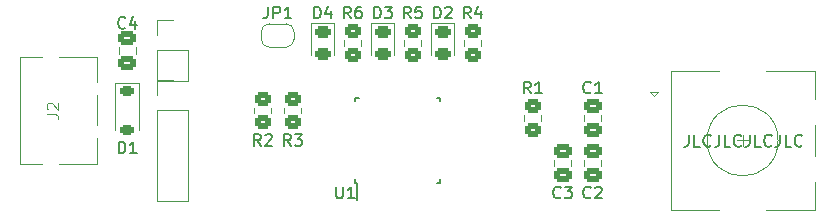
<source format=gto>
%TF.GenerationSoftware,KiCad,Pcbnew,7.0.2-1.fc38*%
%TF.CreationDate,2023-06-01T20:35:21+02:00*%
%TF.ProjectId,laserhead-distance-sensor,6c617365-7268-4656-9164-2d6469737461,v1.0*%
%TF.SameCoordinates,Original*%
%TF.FileFunction,Legend,Top*%
%TF.FilePolarity,Positive*%
%FSLAX46Y46*%
G04 Gerber Fmt 4.6, Leading zero omitted, Abs format (unit mm)*
G04 Created by KiCad (PCBNEW 7.0.2-1.fc38) date 2023-06-01 20:35:21*
%MOMM*%
%LPD*%
G01*
G04 APERTURE LIST*
G04 Aperture macros list*
%AMRoundRect*
0 Rectangle with rounded corners*
0 $1 Rounding radius*
0 $2 $3 $4 $5 $6 $7 $8 $9 X,Y pos of 4 corners*
0 Add a 4 corners polygon primitive as box body*
4,1,4,$2,$3,$4,$5,$6,$7,$8,$9,$2,$3,0*
0 Add four circle primitives for the rounded corners*
1,1,$1+$1,$2,$3*
1,1,$1+$1,$4,$5*
1,1,$1+$1,$6,$7*
1,1,$1+$1,$8,$9*
0 Add four rect primitives between the rounded corners*
20,1,$1+$1,$2,$3,$4,$5,0*
20,1,$1+$1,$4,$5,$6,$7,0*
20,1,$1+$1,$6,$7,$8,$9,0*
20,1,$1+$1,$8,$9,$2,$3,0*%
%AMFreePoly0*
4,1,19,0.500000,-0.750000,0.000000,-0.750000,0.000000,-0.744911,-0.071157,-0.744911,-0.207708,-0.704816,-0.327430,-0.627875,-0.420627,-0.520320,-0.479746,-0.390866,-0.500000,-0.250000,-0.500000,0.250000,-0.479746,0.390866,-0.420627,0.520320,-0.327430,0.627875,-0.207708,0.704816,-0.071157,0.744911,0.000000,0.744911,0.000000,0.750000,0.500000,0.750000,0.500000,-0.750000,0.500000,-0.750000,
$1*%
%AMFreePoly1*
4,1,19,0.000000,0.744911,0.071157,0.744911,0.207708,0.704816,0.327430,0.627875,0.420627,0.520320,0.479746,0.390866,0.500000,0.250000,0.500000,-0.250000,0.479746,-0.390866,0.420627,-0.520320,0.327430,-0.627875,0.207708,-0.704816,0.071157,-0.744911,0.000000,-0.744911,0.000000,-0.750000,-0.500000,-0.750000,-0.500000,0.750000,0.000000,0.750000,0.000000,0.744911,0.000000,0.744911,
$1*%
G04 Aperture macros list end*
%ADD10C,0.150000*%
%ADD11C,0.100000*%
%ADD12C,0.120000*%
%ADD13RoundRect,0.250000X0.450000X-0.350000X0.450000X0.350000X-0.450000X0.350000X-0.450000X-0.350000X0*%
%ADD14R,2.000000X2.000000*%
%ADD15C,2.000000*%
%ADD16C,3.200000*%
%ADD17RoundRect,0.250000X0.475000X-0.337500X0.475000X0.337500X-0.475000X0.337500X-0.475000X-0.337500X0*%
%ADD18RoundRect,0.243750X-0.456250X0.243750X-0.456250X-0.243750X0.456250X-0.243750X0.456250X0.243750X0*%
%ADD19RoundRect,0.225000X-0.375000X0.225000X-0.375000X-0.225000X0.375000X-0.225000X0.375000X0.225000X0*%
%ADD20RoundRect,0.250000X-0.475000X0.337500X-0.475000X-0.337500X0.475000X-0.337500X0.475000X0.337500X0*%
%ADD21R,0.550000X1.600000*%
%ADD22R,1.600000X0.550000*%
%ADD23O,0.700000X1.100000*%
%ADD24O,1.400000X0.700000*%
%ADD25RoundRect,0.250000X-0.450000X0.350000X-0.450000X-0.350000X0.450000X-0.350000X0.450000X0.350000X0*%
%ADD26R,1.700000X1.700000*%
%ADD27O,1.700000X1.700000*%
%ADD28FreePoly0,180.000000*%
%ADD29FreePoly1,180.000000*%
G04 APERTURE END LIST*
D10*
X252016309Y-131592619D02*
X252016309Y-132306904D01*
X252016309Y-132306904D02*
X251968690Y-132449761D01*
X251968690Y-132449761D02*
X251873452Y-132545000D01*
X251873452Y-132545000D02*
X251730595Y-132592619D01*
X251730595Y-132592619D02*
X251635357Y-132592619D01*
X252968690Y-132592619D02*
X252492500Y-132592619D01*
X252492500Y-132592619D02*
X252492500Y-131592619D01*
X253873452Y-132497380D02*
X253825833Y-132545000D01*
X253825833Y-132545000D02*
X253682976Y-132592619D01*
X253682976Y-132592619D02*
X253587738Y-132592619D01*
X253587738Y-132592619D02*
X253444881Y-132545000D01*
X253444881Y-132545000D02*
X253349643Y-132449761D01*
X253349643Y-132449761D02*
X253302024Y-132354523D01*
X253302024Y-132354523D02*
X253254405Y-132164047D01*
X253254405Y-132164047D02*
X253254405Y-132021190D01*
X253254405Y-132021190D02*
X253302024Y-131830714D01*
X253302024Y-131830714D02*
X253349643Y-131735476D01*
X253349643Y-131735476D02*
X253444881Y-131640238D01*
X253444881Y-131640238D02*
X253587738Y-131592619D01*
X253587738Y-131592619D02*
X253682976Y-131592619D01*
X253682976Y-131592619D02*
X253825833Y-131640238D01*
X253825833Y-131640238D02*
X253873452Y-131687857D01*
X254587738Y-131592619D02*
X254587738Y-132306904D01*
X254587738Y-132306904D02*
X254540119Y-132449761D01*
X254540119Y-132449761D02*
X254444881Y-132545000D01*
X254444881Y-132545000D02*
X254302024Y-132592619D01*
X254302024Y-132592619D02*
X254206786Y-132592619D01*
X255540119Y-132592619D02*
X255063929Y-132592619D01*
X255063929Y-132592619D02*
X255063929Y-131592619D01*
X256444881Y-132497380D02*
X256397262Y-132545000D01*
X256397262Y-132545000D02*
X256254405Y-132592619D01*
X256254405Y-132592619D02*
X256159167Y-132592619D01*
X256159167Y-132592619D02*
X256016310Y-132545000D01*
X256016310Y-132545000D02*
X255921072Y-132449761D01*
X255921072Y-132449761D02*
X255873453Y-132354523D01*
X255873453Y-132354523D02*
X255825834Y-132164047D01*
X255825834Y-132164047D02*
X255825834Y-132021190D01*
X255825834Y-132021190D02*
X255873453Y-131830714D01*
X255873453Y-131830714D02*
X255921072Y-131735476D01*
X255921072Y-131735476D02*
X256016310Y-131640238D01*
X256016310Y-131640238D02*
X256159167Y-131592619D01*
X256159167Y-131592619D02*
X256254405Y-131592619D01*
X256254405Y-131592619D02*
X256397262Y-131640238D01*
X256397262Y-131640238D02*
X256444881Y-131687857D01*
X257159167Y-131592619D02*
X257159167Y-132306904D01*
X257159167Y-132306904D02*
X257111548Y-132449761D01*
X257111548Y-132449761D02*
X257016310Y-132545000D01*
X257016310Y-132545000D02*
X256873453Y-132592619D01*
X256873453Y-132592619D02*
X256778215Y-132592619D01*
X258111548Y-132592619D02*
X257635358Y-132592619D01*
X257635358Y-132592619D02*
X257635358Y-131592619D01*
X259016310Y-132497380D02*
X258968691Y-132545000D01*
X258968691Y-132545000D02*
X258825834Y-132592619D01*
X258825834Y-132592619D02*
X258730596Y-132592619D01*
X258730596Y-132592619D02*
X258587739Y-132545000D01*
X258587739Y-132545000D02*
X258492501Y-132449761D01*
X258492501Y-132449761D02*
X258444882Y-132354523D01*
X258444882Y-132354523D02*
X258397263Y-132164047D01*
X258397263Y-132164047D02*
X258397263Y-132021190D01*
X258397263Y-132021190D02*
X258444882Y-131830714D01*
X258444882Y-131830714D02*
X258492501Y-131735476D01*
X258492501Y-131735476D02*
X258587739Y-131640238D01*
X258587739Y-131640238D02*
X258730596Y-131592619D01*
X258730596Y-131592619D02*
X258825834Y-131592619D01*
X258825834Y-131592619D02*
X258968691Y-131640238D01*
X258968691Y-131640238D02*
X259016310Y-131687857D01*
X259730596Y-131592619D02*
X259730596Y-132306904D01*
X259730596Y-132306904D02*
X259682977Y-132449761D01*
X259682977Y-132449761D02*
X259587739Y-132545000D01*
X259587739Y-132545000D02*
X259444882Y-132592619D01*
X259444882Y-132592619D02*
X259349644Y-132592619D01*
X260682977Y-132592619D02*
X260206787Y-132592619D01*
X260206787Y-132592619D02*
X260206787Y-131592619D01*
X261587739Y-132497380D02*
X261540120Y-132545000D01*
X261540120Y-132545000D02*
X261397263Y-132592619D01*
X261397263Y-132592619D02*
X261302025Y-132592619D01*
X261302025Y-132592619D02*
X261159168Y-132545000D01*
X261159168Y-132545000D02*
X261063930Y-132449761D01*
X261063930Y-132449761D02*
X261016311Y-132354523D01*
X261016311Y-132354523D02*
X260968692Y-132164047D01*
X260968692Y-132164047D02*
X260968692Y-132021190D01*
X260968692Y-132021190D02*
X261016311Y-131830714D01*
X261016311Y-131830714D02*
X261063930Y-131735476D01*
X261063930Y-131735476D02*
X261159168Y-131640238D01*
X261159168Y-131640238D02*
X261302025Y-131592619D01*
X261302025Y-131592619D02*
X261397263Y-131592619D01*
X261397263Y-131592619D02*
X261540120Y-131640238D01*
X261540120Y-131640238D02*
X261587739Y-131687857D01*
%TO.C,R4*%
X233545833Y-121747619D02*
X233212500Y-121271428D01*
X232974405Y-121747619D02*
X232974405Y-120747619D01*
X232974405Y-120747619D02*
X233355357Y-120747619D01*
X233355357Y-120747619D02*
X233450595Y-120795238D01*
X233450595Y-120795238D02*
X233498214Y-120842857D01*
X233498214Y-120842857D02*
X233545833Y-120938095D01*
X233545833Y-120938095D02*
X233545833Y-121080952D01*
X233545833Y-121080952D02*
X233498214Y-121176190D01*
X233498214Y-121176190D02*
X233450595Y-121223809D01*
X233450595Y-121223809D02*
X233355357Y-121271428D01*
X233355357Y-121271428D02*
X232974405Y-121271428D01*
X234402976Y-121080952D02*
X234402976Y-121747619D01*
X234164881Y-120700000D02*
X233926786Y-121414285D01*
X233926786Y-121414285D02*
X234545833Y-121414285D01*
%TO.C,C4*%
X204303333Y-122519880D02*
X204255714Y-122567500D01*
X204255714Y-122567500D02*
X204112857Y-122615119D01*
X204112857Y-122615119D02*
X204017619Y-122615119D01*
X204017619Y-122615119D02*
X203874762Y-122567500D01*
X203874762Y-122567500D02*
X203779524Y-122472261D01*
X203779524Y-122472261D02*
X203731905Y-122377023D01*
X203731905Y-122377023D02*
X203684286Y-122186547D01*
X203684286Y-122186547D02*
X203684286Y-122043690D01*
X203684286Y-122043690D02*
X203731905Y-121853214D01*
X203731905Y-121853214D02*
X203779524Y-121757976D01*
X203779524Y-121757976D02*
X203874762Y-121662738D01*
X203874762Y-121662738D02*
X204017619Y-121615119D01*
X204017619Y-121615119D02*
X204112857Y-121615119D01*
X204112857Y-121615119D02*
X204255714Y-121662738D01*
X204255714Y-121662738D02*
X204303333Y-121710357D01*
X205160476Y-121948452D02*
X205160476Y-122615119D01*
X204922381Y-121567500D02*
X204684286Y-122281785D01*
X204684286Y-122281785D02*
X205303333Y-122281785D01*
%TO.C,D2*%
X230434405Y-121747619D02*
X230434405Y-120747619D01*
X230434405Y-120747619D02*
X230672500Y-120747619D01*
X230672500Y-120747619D02*
X230815357Y-120795238D01*
X230815357Y-120795238D02*
X230910595Y-120890476D01*
X230910595Y-120890476D02*
X230958214Y-120985714D01*
X230958214Y-120985714D02*
X231005833Y-121176190D01*
X231005833Y-121176190D02*
X231005833Y-121319047D01*
X231005833Y-121319047D02*
X230958214Y-121509523D01*
X230958214Y-121509523D02*
X230910595Y-121604761D01*
X230910595Y-121604761D02*
X230815357Y-121700000D01*
X230815357Y-121700000D02*
X230672500Y-121747619D01*
X230672500Y-121747619D02*
X230434405Y-121747619D01*
X231386786Y-120842857D02*
X231434405Y-120795238D01*
X231434405Y-120795238D02*
X231529643Y-120747619D01*
X231529643Y-120747619D02*
X231767738Y-120747619D01*
X231767738Y-120747619D02*
X231862976Y-120795238D01*
X231862976Y-120795238D02*
X231910595Y-120842857D01*
X231910595Y-120842857D02*
X231958214Y-120938095D01*
X231958214Y-120938095D02*
X231958214Y-121033333D01*
X231958214Y-121033333D02*
X231910595Y-121176190D01*
X231910595Y-121176190D02*
X231339167Y-121747619D01*
X231339167Y-121747619D02*
X231958214Y-121747619D01*
%TO.C,D1*%
X203731905Y-133177619D02*
X203731905Y-132177619D01*
X203731905Y-132177619D02*
X203970000Y-132177619D01*
X203970000Y-132177619D02*
X204112857Y-132225238D01*
X204112857Y-132225238D02*
X204208095Y-132320476D01*
X204208095Y-132320476D02*
X204255714Y-132415714D01*
X204255714Y-132415714D02*
X204303333Y-132606190D01*
X204303333Y-132606190D02*
X204303333Y-132749047D01*
X204303333Y-132749047D02*
X204255714Y-132939523D01*
X204255714Y-132939523D02*
X204208095Y-133034761D01*
X204208095Y-133034761D02*
X204112857Y-133130000D01*
X204112857Y-133130000D02*
X203970000Y-133177619D01*
X203970000Y-133177619D02*
X203731905Y-133177619D01*
X205255714Y-133177619D02*
X204684286Y-133177619D01*
X204970000Y-133177619D02*
X204970000Y-132177619D01*
X204970000Y-132177619D02*
X204874762Y-132320476D01*
X204874762Y-132320476D02*
X204779524Y-132415714D01*
X204779524Y-132415714D02*
X204684286Y-132463333D01*
%TO.C,C1*%
X243705833Y-128002380D02*
X243658214Y-128050000D01*
X243658214Y-128050000D02*
X243515357Y-128097619D01*
X243515357Y-128097619D02*
X243420119Y-128097619D01*
X243420119Y-128097619D02*
X243277262Y-128050000D01*
X243277262Y-128050000D02*
X243182024Y-127954761D01*
X243182024Y-127954761D02*
X243134405Y-127859523D01*
X243134405Y-127859523D02*
X243086786Y-127669047D01*
X243086786Y-127669047D02*
X243086786Y-127526190D01*
X243086786Y-127526190D02*
X243134405Y-127335714D01*
X243134405Y-127335714D02*
X243182024Y-127240476D01*
X243182024Y-127240476D02*
X243277262Y-127145238D01*
X243277262Y-127145238D02*
X243420119Y-127097619D01*
X243420119Y-127097619D02*
X243515357Y-127097619D01*
X243515357Y-127097619D02*
X243658214Y-127145238D01*
X243658214Y-127145238D02*
X243705833Y-127192857D01*
X244658214Y-128097619D02*
X244086786Y-128097619D01*
X244372500Y-128097619D02*
X244372500Y-127097619D01*
X244372500Y-127097619D02*
X244277262Y-127240476D01*
X244277262Y-127240476D02*
X244182024Y-127335714D01*
X244182024Y-127335714D02*
X244086786Y-127383333D01*
%TO.C,U1*%
X222155595Y-135987619D02*
X222155595Y-136797142D01*
X222155595Y-136797142D02*
X222203214Y-136892380D01*
X222203214Y-136892380D02*
X222250833Y-136940000D01*
X222250833Y-136940000D02*
X222346071Y-136987619D01*
X222346071Y-136987619D02*
X222536547Y-136987619D01*
X222536547Y-136987619D02*
X222631785Y-136940000D01*
X222631785Y-136940000D02*
X222679404Y-136892380D01*
X222679404Y-136892380D02*
X222727023Y-136797142D01*
X222727023Y-136797142D02*
X222727023Y-135987619D01*
X223727023Y-136987619D02*
X223155595Y-136987619D01*
X223441309Y-136987619D02*
X223441309Y-135987619D01*
X223441309Y-135987619D02*
X223346071Y-136130476D01*
X223346071Y-136130476D02*
X223250833Y-136225714D01*
X223250833Y-136225714D02*
X223155595Y-136273333D01*
%TO.C,R6*%
X223385833Y-121747619D02*
X223052500Y-121271428D01*
X222814405Y-121747619D02*
X222814405Y-120747619D01*
X222814405Y-120747619D02*
X223195357Y-120747619D01*
X223195357Y-120747619D02*
X223290595Y-120795238D01*
X223290595Y-120795238D02*
X223338214Y-120842857D01*
X223338214Y-120842857D02*
X223385833Y-120938095D01*
X223385833Y-120938095D02*
X223385833Y-121080952D01*
X223385833Y-121080952D02*
X223338214Y-121176190D01*
X223338214Y-121176190D02*
X223290595Y-121223809D01*
X223290595Y-121223809D02*
X223195357Y-121271428D01*
X223195357Y-121271428D02*
X222814405Y-121271428D01*
X224242976Y-120747619D02*
X224052500Y-120747619D01*
X224052500Y-120747619D02*
X223957262Y-120795238D01*
X223957262Y-120795238D02*
X223909643Y-120842857D01*
X223909643Y-120842857D02*
X223814405Y-120985714D01*
X223814405Y-120985714D02*
X223766786Y-121176190D01*
X223766786Y-121176190D02*
X223766786Y-121557142D01*
X223766786Y-121557142D02*
X223814405Y-121652380D01*
X223814405Y-121652380D02*
X223862024Y-121700000D01*
X223862024Y-121700000D02*
X223957262Y-121747619D01*
X223957262Y-121747619D02*
X224147738Y-121747619D01*
X224147738Y-121747619D02*
X224242976Y-121700000D01*
X224242976Y-121700000D02*
X224290595Y-121652380D01*
X224290595Y-121652380D02*
X224338214Y-121557142D01*
X224338214Y-121557142D02*
X224338214Y-121319047D01*
X224338214Y-121319047D02*
X224290595Y-121223809D01*
X224290595Y-121223809D02*
X224242976Y-121176190D01*
X224242976Y-121176190D02*
X224147738Y-121128571D01*
X224147738Y-121128571D02*
X223957262Y-121128571D01*
X223957262Y-121128571D02*
X223862024Y-121176190D01*
X223862024Y-121176190D02*
X223814405Y-121223809D01*
X223814405Y-121223809D02*
X223766786Y-121319047D01*
%TO.C,C2*%
X243705833Y-136892380D02*
X243658214Y-136940000D01*
X243658214Y-136940000D02*
X243515357Y-136987619D01*
X243515357Y-136987619D02*
X243420119Y-136987619D01*
X243420119Y-136987619D02*
X243277262Y-136940000D01*
X243277262Y-136940000D02*
X243182024Y-136844761D01*
X243182024Y-136844761D02*
X243134405Y-136749523D01*
X243134405Y-136749523D02*
X243086786Y-136559047D01*
X243086786Y-136559047D02*
X243086786Y-136416190D01*
X243086786Y-136416190D02*
X243134405Y-136225714D01*
X243134405Y-136225714D02*
X243182024Y-136130476D01*
X243182024Y-136130476D02*
X243277262Y-136035238D01*
X243277262Y-136035238D02*
X243420119Y-135987619D01*
X243420119Y-135987619D02*
X243515357Y-135987619D01*
X243515357Y-135987619D02*
X243658214Y-136035238D01*
X243658214Y-136035238D02*
X243705833Y-136082857D01*
X244086786Y-136082857D02*
X244134405Y-136035238D01*
X244134405Y-136035238D02*
X244229643Y-135987619D01*
X244229643Y-135987619D02*
X244467738Y-135987619D01*
X244467738Y-135987619D02*
X244562976Y-136035238D01*
X244562976Y-136035238D02*
X244610595Y-136082857D01*
X244610595Y-136082857D02*
X244658214Y-136178095D01*
X244658214Y-136178095D02*
X244658214Y-136273333D01*
X244658214Y-136273333D02*
X244610595Y-136416190D01*
X244610595Y-136416190D02*
X244039167Y-136987619D01*
X244039167Y-136987619D02*
X244658214Y-136987619D01*
D11*
%TO.C,J2*%
X197642619Y-129873333D02*
X198356904Y-129873333D01*
X198356904Y-129873333D02*
X198499761Y-129920952D01*
X198499761Y-129920952D02*
X198595000Y-130016190D01*
X198595000Y-130016190D02*
X198642619Y-130159047D01*
X198642619Y-130159047D02*
X198642619Y-130254285D01*
X197737857Y-129444761D02*
X197690238Y-129397142D01*
X197690238Y-129397142D02*
X197642619Y-129301904D01*
X197642619Y-129301904D02*
X197642619Y-129063809D01*
X197642619Y-129063809D02*
X197690238Y-128968571D01*
X197690238Y-128968571D02*
X197737857Y-128920952D01*
X197737857Y-128920952D02*
X197833095Y-128873333D01*
X197833095Y-128873333D02*
X197928333Y-128873333D01*
X197928333Y-128873333D02*
X198071190Y-128920952D01*
X198071190Y-128920952D02*
X198642619Y-129492380D01*
X198642619Y-129492380D02*
X198642619Y-128873333D01*
D10*
%TO.C,R1*%
X238625833Y-128097619D02*
X238292500Y-127621428D01*
X238054405Y-128097619D02*
X238054405Y-127097619D01*
X238054405Y-127097619D02*
X238435357Y-127097619D01*
X238435357Y-127097619D02*
X238530595Y-127145238D01*
X238530595Y-127145238D02*
X238578214Y-127192857D01*
X238578214Y-127192857D02*
X238625833Y-127288095D01*
X238625833Y-127288095D02*
X238625833Y-127430952D01*
X238625833Y-127430952D02*
X238578214Y-127526190D01*
X238578214Y-127526190D02*
X238530595Y-127573809D01*
X238530595Y-127573809D02*
X238435357Y-127621428D01*
X238435357Y-127621428D02*
X238054405Y-127621428D01*
X239578214Y-128097619D02*
X239006786Y-128097619D01*
X239292500Y-128097619D02*
X239292500Y-127097619D01*
X239292500Y-127097619D02*
X239197262Y-127240476D01*
X239197262Y-127240476D02*
X239102024Y-127335714D01*
X239102024Y-127335714D02*
X239006786Y-127383333D01*
%TO.C,D3*%
X225354405Y-121747619D02*
X225354405Y-120747619D01*
X225354405Y-120747619D02*
X225592500Y-120747619D01*
X225592500Y-120747619D02*
X225735357Y-120795238D01*
X225735357Y-120795238D02*
X225830595Y-120890476D01*
X225830595Y-120890476D02*
X225878214Y-120985714D01*
X225878214Y-120985714D02*
X225925833Y-121176190D01*
X225925833Y-121176190D02*
X225925833Y-121319047D01*
X225925833Y-121319047D02*
X225878214Y-121509523D01*
X225878214Y-121509523D02*
X225830595Y-121604761D01*
X225830595Y-121604761D02*
X225735357Y-121700000D01*
X225735357Y-121700000D02*
X225592500Y-121747619D01*
X225592500Y-121747619D02*
X225354405Y-121747619D01*
X226259167Y-120747619D02*
X226878214Y-120747619D01*
X226878214Y-120747619D02*
X226544881Y-121128571D01*
X226544881Y-121128571D02*
X226687738Y-121128571D01*
X226687738Y-121128571D02*
X226782976Y-121176190D01*
X226782976Y-121176190D02*
X226830595Y-121223809D01*
X226830595Y-121223809D02*
X226878214Y-121319047D01*
X226878214Y-121319047D02*
X226878214Y-121557142D01*
X226878214Y-121557142D02*
X226830595Y-121652380D01*
X226830595Y-121652380D02*
X226782976Y-121700000D01*
X226782976Y-121700000D02*
X226687738Y-121747619D01*
X226687738Y-121747619D02*
X226402024Y-121747619D01*
X226402024Y-121747619D02*
X226306786Y-121700000D01*
X226306786Y-121700000D02*
X226259167Y-121652380D01*
%TO.C,R5*%
X228465833Y-121747619D02*
X228132500Y-121271428D01*
X227894405Y-121747619D02*
X227894405Y-120747619D01*
X227894405Y-120747619D02*
X228275357Y-120747619D01*
X228275357Y-120747619D02*
X228370595Y-120795238D01*
X228370595Y-120795238D02*
X228418214Y-120842857D01*
X228418214Y-120842857D02*
X228465833Y-120938095D01*
X228465833Y-120938095D02*
X228465833Y-121080952D01*
X228465833Y-121080952D02*
X228418214Y-121176190D01*
X228418214Y-121176190D02*
X228370595Y-121223809D01*
X228370595Y-121223809D02*
X228275357Y-121271428D01*
X228275357Y-121271428D02*
X227894405Y-121271428D01*
X229370595Y-120747619D02*
X228894405Y-120747619D01*
X228894405Y-120747619D02*
X228846786Y-121223809D01*
X228846786Y-121223809D02*
X228894405Y-121176190D01*
X228894405Y-121176190D02*
X228989643Y-121128571D01*
X228989643Y-121128571D02*
X229227738Y-121128571D01*
X229227738Y-121128571D02*
X229322976Y-121176190D01*
X229322976Y-121176190D02*
X229370595Y-121223809D01*
X229370595Y-121223809D02*
X229418214Y-121319047D01*
X229418214Y-121319047D02*
X229418214Y-121557142D01*
X229418214Y-121557142D02*
X229370595Y-121652380D01*
X229370595Y-121652380D02*
X229322976Y-121700000D01*
X229322976Y-121700000D02*
X229227738Y-121747619D01*
X229227738Y-121747619D02*
X228989643Y-121747619D01*
X228989643Y-121747619D02*
X228894405Y-121700000D01*
X228894405Y-121700000D02*
X228846786Y-121652380D01*
%TO.C,D4*%
X220274405Y-121747619D02*
X220274405Y-120747619D01*
X220274405Y-120747619D02*
X220512500Y-120747619D01*
X220512500Y-120747619D02*
X220655357Y-120795238D01*
X220655357Y-120795238D02*
X220750595Y-120890476D01*
X220750595Y-120890476D02*
X220798214Y-120985714D01*
X220798214Y-120985714D02*
X220845833Y-121176190D01*
X220845833Y-121176190D02*
X220845833Y-121319047D01*
X220845833Y-121319047D02*
X220798214Y-121509523D01*
X220798214Y-121509523D02*
X220750595Y-121604761D01*
X220750595Y-121604761D02*
X220655357Y-121700000D01*
X220655357Y-121700000D02*
X220512500Y-121747619D01*
X220512500Y-121747619D02*
X220274405Y-121747619D01*
X221702976Y-121080952D02*
X221702976Y-121747619D01*
X221464881Y-120700000D02*
X221226786Y-121414285D01*
X221226786Y-121414285D02*
X221845833Y-121414285D01*
%TO.C,R3*%
X218305833Y-132542619D02*
X217972500Y-132066428D01*
X217734405Y-132542619D02*
X217734405Y-131542619D01*
X217734405Y-131542619D02*
X218115357Y-131542619D01*
X218115357Y-131542619D02*
X218210595Y-131590238D01*
X218210595Y-131590238D02*
X218258214Y-131637857D01*
X218258214Y-131637857D02*
X218305833Y-131733095D01*
X218305833Y-131733095D02*
X218305833Y-131875952D01*
X218305833Y-131875952D02*
X218258214Y-131971190D01*
X218258214Y-131971190D02*
X218210595Y-132018809D01*
X218210595Y-132018809D02*
X218115357Y-132066428D01*
X218115357Y-132066428D02*
X217734405Y-132066428D01*
X218639167Y-131542619D02*
X219258214Y-131542619D01*
X219258214Y-131542619D02*
X218924881Y-131923571D01*
X218924881Y-131923571D02*
X219067738Y-131923571D01*
X219067738Y-131923571D02*
X219162976Y-131971190D01*
X219162976Y-131971190D02*
X219210595Y-132018809D01*
X219210595Y-132018809D02*
X219258214Y-132114047D01*
X219258214Y-132114047D02*
X219258214Y-132352142D01*
X219258214Y-132352142D02*
X219210595Y-132447380D01*
X219210595Y-132447380D02*
X219162976Y-132495000D01*
X219162976Y-132495000D02*
X219067738Y-132542619D01*
X219067738Y-132542619D02*
X218782024Y-132542619D01*
X218782024Y-132542619D02*
X218686786Y-132495000D01*
X218686786Y-132495000D02*
X218639167Y-132447380D01*
%TO.C,R2*%
X215765833Y-132542619D02*
X215432500Y-132066428D01*
X215194405Y-132542619D02*
X215194405Y-131542619D01*
X215194405Y-131542619D02*
X215575357Y-131542619D01*
X215575357Y-131542619D02*
X215670595Y-131590238D01*
X215670595Y-131590238D02*
X215718214Y-131637857D01*
X215718214Y-131637857D02*
X215765833Y-131733095D01*
X215765833Y-131733095D02*
X215765833Y-131875952D01*
X215765833Y-131875952D02*
X215718214Y-131971190D01*
X215718214Y-131971190D02*
X215670595Y-132018809D01*
X215670595Y-132018809D02*
X215575357Y-132066428D01*
X215575357Y-132066428D02*
X215194405Y-132066428D01*
X216146786Y-131637857D02*
X216194405Y-131590238D01*
X216194405Y-131590238D02*
X216289643Y-131542619D01*
X216289643Y-131542619D02*
X216527738Y-131542619D01*
X216527738Y-131542619D02*
X216622976Y-131590238D01*
X216622976Y-131590238D02*
X216670595Y-131637857D01*
X216670595Y-131637857D02*
X216718214Y-131733095D01*
X216718214Y-131733095D02*
X216718214Y-131828333D01*
X216718214Y-131828333D02*
X216670595Y-131971190D01*
X216670595Y-131971190D02*
X216099167Y-132542619D01*
X216099167Y-132542619D02*
X216718214Y-132542619D01*
%TO.C,C3*%
X241165833Y-136892380D02*
X241118214Y-136940000D01*
X241118214Y-136940000D02*
X240975357Y-136987619D01*
X240975357Y-136987619D02*
X240880119Y-136987619D01*
X240880119Y-136987619D02*
X240737262Y-136940000D01*
X240737262Y-136940000D02*
X240642024Y-136844761D01*
X240642024Y-136844761D02*
X240594405Y-136749523D01*
X240594405Y-136749523D02*
X240546786Y-136559047D01*
X240546786Y-136559047D02*
X240546786Y-136416190D01*
X240546786Y-136416190D02*
X240594405Y-136225714D01*
X240594405Y-136225714D02*
X240642024Y-136130476D01*
X240642024Y-136130476D02*
X240737262Y-136035238D01*
X240737262Y-136035238D02*
X240880119Y-135987619D01*
X240880119Y-135987619D02*
X240975357Y-135987619D01*
X240975357Y-135987619D02*
X241118214Y-136035238D01*
X241118214Y-136035238D02*
X241165833Y-136082857D01*
X241499167Y-135987619D02*
X242118214Y-135987619D01*
X242118214Y-135987619D02*
X241784881Y-136368571D01*
X241784881Y-136368571D02*
X241927738Y-136368571D01*
X241927738Y-136368571D02*
X242022976Y-136416190D01*
X242022976Y-136416190D02*
X242070595Y-136463809D01*
X242070595Y-136463809D02*
X242118214Y-136559047D01*
X242118214Y-136559047D02*
X242118214Y-136797142D01*
X242118214Y-136797142D02*
X242070595Y-136892380D01*
X242070595Y-136892380D02*
X242022976Y-136940000D01*
X242022976Y-136940000D02*
X241927738Y-136987619D01*
X241927738Y-136987619D02*
X241642024Y-136987619D01*
X241642024Y-136987619D02*
X241546786Y-136940000D01*
X241546786Y-136940000D02*
X241499167Y-136892380D01*
%TO.C,JP1*%
X216369166Y-120747619D02*
X216369166Y-121461904D01*
X216369166Y-121461904D02*
X216321547Y-121604761D01*
X216321547Y-121604761D02*
X216226309Y-121700000D01*
X216226309Y-121700000D02*
X216083452Y-121747619D01*
X216083452Y-121747619D02*
X215988214Y-121747619D01*
X216845357Y-121747619D02*
X216845357Y-120747619D01*
X216845357Y-120747619D02*
X217226309Y-120747619D01*
X217226309Y-120747619D02*
X217321547Y-120795238D01*
X217321547Y-120795238D02*
X217369166Y-120842857D01*
X217369166Y-120842857D02*
X217416785Y-120938095D01*
X217416785Y-120938095D02*
X217416785Y-121080952D01*
X217416785Y-121080952D02*
X217369166Y-121176190D01*
X217369166Y-121176190D02*
X217321547Y-121223809D01*
X217321547Y-121223809D02*
X217226309Y-121271428D01*
X217226309Y-121271428D02*
X216845357Y-121271428D01*
X218369166Y-121747619D02*
X217797738Y-121747619D01*
X218083452Y-121747619D02*
X218083452Y-120747619D01*
X218083452Y-120747619D02*
X217988214Y-120890476D01*
X217988214Y-120890476D02*
X217892976Y-120985714D01*
X217892976Y-120985714D02*
X217797738Y-121033333D01*
D12*
%TO.C,R4*%
X232977500Y-124052064D02*
X232977500Y-123597936D01*
X234447500Y-124052064D02*
X234447500Y-123597936D01*
%TO.C,SW1*%
X248768500Y-127980000D02*
X249368500Y-127980000D01*
X249068500Y-128280000D02*
X248768500Y-127980000D01*
X249368500Y-127980000D02*
X249068500Y-128280000D01*
X250468500Y-126180000D02*
X250468500Y-137980000D01*
X254568500Y-126180000D02*
X250468500Y-126180000D01*
X254568500Y-137980000D02*
X250468500Y-137980000D01*
X256068500Y-132080000D02*
X257068500Y-132080000D01*
X256568500Y-131580000D02*
X256568500Y-132580000D01*
X258568500Y-126180000D02*
X262668500Y-126180000D01*
X262668500Y-126180000D02*
X262668500Y-128580000D01*
X262668500Y-130780000D02*
X262668500Y-133380000D01*
X262668500Y-135580000D02*
X262668500Y-137980000D01*
X262668500Y-137980000D02*
X258568500Y-137980000D01*
X259568500Y-132080000D02*
G75*
G03*
X259568500Y-132080000I-3000000J0D01*
G01*
%TO.C,C4*%
X203735000Y-124721252D02*
X203735000Y-124198748D01*
X205205000Y-124721252D02*
X205205000Y-124198748D01*
%TO.C,D2*%
X232132500Y-122140000D02*
X230212500Y-122140000D01*
X230212500Y-122140000D02*
X230212500Y-124825000D01*
X232132500Y-124825000D02*
X232132500Y-122140000D01*
%TO.C,D1*%
X205470000Y-127180000D02*
X203470000Y-127180000D01*
X205470000Y-127180000D02*
X205470000Y-131190000D01*
X203470000Y-127180000D02*
X203470000Y-131190000D01*
%TO.C,C1*%
X244607500Y-129913748D02*
X244607500Y-130436252D01*
X243137500Y-129913748D02*
X243137500Y-130436252D01*
D10*
%TO.C,U1*%
X223737500Y-135705000D02*
X223962500Y-135705000D01*
X223737500Y-135705000D02*
X223737500Y-135380000D01*
X223962500Y-135705000D02*
X223962500Y-137130000D01*
X230987500Y-135705000D02*
X230662500Y-135705000D01*
X230987500Y-135705000D02*
X230987500Y-135380000D01*
X223737500Y-128455000D02*
X223737500Y-128780000D01*
X223737500Y-128455000D02*
X224062500Y-128455000D01*
X230987500Y-128455000D02*
X230987500Y-128780000D01*
X230987500Y-128455000D02*
X230662500Y-128455000D01*
D12*
%TO.C,R6*%
X222817500Y-124052064D02*
X222817500Y-123597936D01*
X224287500Y-124052064D02*
X224287500Y-123597936D01*
%TO.C,C2*%
X243137500Y-134246252D02*
X243137500Y-133723748D01*
X244607500Y-134246252D02*
X244607500Y-133723748D01*
D11*
%TO.C,J2*%
X195430000Y-134040000D02*
X201930000Y-134040000D01*
X201930000Y-134040000D02*
X201930000Y-125040000D01*
X201930000Y-125040000D02*
X195430000Y-125040000D01*
X195430000Y-125040000D02*
X195430000Y-134040000D01*
D12*
%TO.C,R1*%
X239527500Y-129947936D02*
X239527500Y-130402064D01*
X238057500Y-129947936D02*
X238057500Y-130402064D01*
%TO.C,D3*%
X227052500Y-122140000D02*
X225132500Y-122140000D01*
X225132500Y-122140000D02*
X225132500Y-124825000D01*
X227052500Y-124825000D02*
X227052500Y-122140000D01*
%TO.C,R5*%
X227897500Y-124052064D02*
X227897500Y-123597936D01*
X229367500Y-124052064D02*
X229367500Y-123597936D01*
%TO.C,D4*%
X221972500Y-122140000D02*
X220052500Y-122140000D01*
X220052500Y-122140000D02*
X220052500Y-124825000D01*
X221972500Y-124825000D02*
X221972500Y-122140000D01*
%TO.C,R3*%
X219207500Y-129312936D02*
X219207500Y-129767064D01*
X217737500Y-129312936D02*
X217737500Y-129767064D01*
%TO.C,R2*%
X216667500Y-129312936D02*
X216667500Y-129767064D01*
X215197500Y-129312936D02*
X215197500Y-129767064D01*
%TO.C,C3*%
X240597500Y-134246252D02*
X240597500Y-133723748D01*
X242067500Y-134246252D02*
X242067500Y-133723748D01*
%TO.C,J5*%
X206982500Y-121855000D02*
X208312500Y-121855000D01*
X206982500Y-123185000D02*
X206982500Y-121855000D01*
X206982500Y-124455000D02*
X206982500Y-127055000D01*
X206982500Y-124455000D02*
X209642500Y-124455000D01*
X206982500Y-127055000D02*
X209642500Y-127055000D01*
X209642500Y-124455000D02*
X209642500Y-127055000D01*
%TO.C,JP1*%
X218602500Y-122890000D02*
X218602500Y-123490000D01*
X217902500Y-124190000D02*
X216502500Y-124190000D01*
X216502500Y-122190000D02*
X217902500Y-122190000D01*
X215802500Y-123490000D02*
X215802500Y-122890000D01*
X217902500Y-124190000D02*
G75*
G03*
X218602500Y-123490000I1J699999D01*
G01*
X218602500Y-122890000D02*
G75*
G03*
X217902500Y-122190000I-699999J1D01*
G01*
X215802500Y-123490000D02*
G75*
G03*
X216502500Y-124190000I700000J0D01*
G01*
X216502500Y-122190000D02*
G75*
G03*
X215802500Y-122890000I0J-700000D01*
G01*
%TO.C,J1*%
X206982500Y-126940000D02*
X208312500Y-126940000D01*
X206982500Y-128270000D02*
X206982500Y-126940000D01*
X206982500Y-129540000D02*
X206982500Y-137220000D01*
X206982500Y-129540000D02*
X209642500Y-129540000D01*
X206982500Y-137220000D02*
X209642500Y-137220000D01*
X209642500Y-129540000D02*
X209642500Y-137220000D01*
%TD*%
%LPC*%
D13*
%TO.C,R4*%
X233712500Y-124825000D03*
X233712500Y-122825000D03*
%TD*%
D14*
%TO.C,SW1*%
X249068500Y-129580000D03*
D15*
X249068500Y-134580000D03*
X249068500Y-132080000D03*
D16*
X256568500Y-126480000D03*
X256568500Y-137680000D03*
D15*
X263568500Y-134580000D03*
X263568500Y-129580000D03*
%TD*%
D17*
%TO.C,C4*%
X204470000Y-125497500D03*
X204470000Y-123422500D03*
%TD*%
D18*
%TO.C,D2*%
X231172500Y-122887500D03*
X231172500Y-124762500D03*
%TD*%
D19*
%TO.C,D1*%
X204470000Y-127890000D03*
X204470000Y-131190000D03*
%TD*%
D20*
%TO.C,C1*%
X243872500Y-129137500D03*
X243872500Y-131212500D03*
%TD*%
D21*
%TO.C,U1*%
X224562500Y-136330000D03*
X225362500Y-136330000D03*
X226162500Y-136330000D03*
X226962500Y-136330000D03*
X227762500Y-136330000D03*
X228562500Y-136330000D03*
X229362500Y-136330000D03*
X230162500Y-136330000D03*
D22*
X231612500Y-134880000D03*
X231612500Y-134080000D03*
X231612500Y-133280000D03*
X231612500Y-132480000D03*
X231612500Y-131680000D03*
X231612500Y-130880000D03*
X231612500Y-130080000D03*
X231612500Y-129280000D03*
D21*
X230162500Y-127830000D03*
X229362500Y-127830000D03*
X228562500Y-127830000D03*
X227762500Y-127830000D03*
X226962500Y-127830000D03*
X226162500Y-127830000D03*
X225362500Y-127830000D03*
X224562500Y-127830000D03*
D22*
X223112500Y-129280000D03*
X223112500Y-130080000D03*
X223112500Y-130880000D03*
X223112500Y-131680000D03*
X223112500Y-132480000D03*
X223112500Y-133280000D03*
X223112500Y-134080000D03*
X223112500Y-134880000D03*
%TD*%
D13*
%TO.C,R6*%
X223552500Y-124825000D03*
X223552500Y-122825000D03*
%TD*%
D17*
%TO.C,C2*%
X243872500Y-135022500D03*
X243872500Y-132947500D03*
%TD*%
D23*
%TO.C,J2*%
X201930000Y-127690000D03*
X201930000Y-131390000D03*
D24*
X197980000Y-134040000D03*
X197980000Y-125040000D03*
%TD*%
D25*
%TO.C,R1*%
X238792500Y-129175000D03*
X238792500Y-131175000D03*
%TD*%
D18*
%TO.C,D3*%
X226092500Y-122887500D03*
X226092500Y-124762500D03*
%TD*%
D13*
%TO.C,R5*%
X228632500Y-124825000D03*
X228632500Y-122825000D03*
%TD*%
D18*
%TO.C,D4*%
X221012500Y-122887500D03*
X221012500Y-124762500D03*
%TD*%
D25*
%TO.C,R3*%
X218472500Y-128540000D03*
X218472500Y-130540000D03*
%TD*%
%TO.C,R2*%
X215932500Y-128540000D03*
X215932500Y-130540000D03*
%TD*%
D17*
%TO.C,C3*%
X241332500Y-135022500D03*
X241332500Y-132947500D03*
%TD*%
D26*
%TO.C,J5*%
X208312500Y-123185000D03*
D27*
X208312500Y-125725000D03*
%TD*%
D28*
%TO.C,JP1*%
X217852500Y-123190000D03*
D29*
X216552500Y-123190000D03*
%TD*%
D26*
%TO.C,J1*%
X208312500Y-128270000D03*
D27*
X208312500Y-130810000D03*
X208312500Y-133350000D03*
X208312500Y-135890000D03*
%TD*%
D26*
%TO.C,J3*%
X212122500Y-123190000D03*
D27*
X212122500Y-125730000D03*
X212122500Y-128270000D03*
X212122500Y-130810000D03*
X212122500Y-133350000D03*
X212122500Y-135890000D03*
%TD*%
D26*
%TO.C,J4*%
X238807500Y-123185000D03*
D27*
X238807500Y-125725000D03*
X241347500Y-123185000D03*
X241347500Y-125725000D03*
X243887500Y-123185000D03*
X243887500Y-125725000D03*
%TD*%
%LPD*%
M02*

</source>
